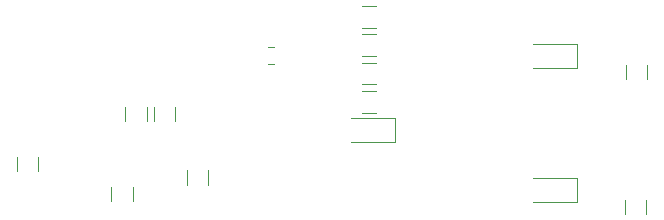
<source format=gbr>
G04 #@! TF.GenerationSoftware,KiCad,Pcbnew,5.1.5+dfsg1-2build2*
G04 #@! TF.CreationDate,2021-02-02T09:52:32+02:00*
G04 #@! TF.ProjectId,lm3488_dcdc,6c6d3334-3838-45f6-9463-64632e6b6963,rev?*
G04 #@! TF.SameCoordinates,Original*
G04 #@! TF.FileFunction,Legend,Bot*
G04 #@! TF.FilePolarity,Positive*
%FSLAX46Y46*%
G04 Gerber Fmt 4.6, Leading zero omitted, Abs format (unit mm)*
G04 Created by KiCad (PCBNEW 5.1.5+dfsg1-2build2) date 2021-02-02 09:52:32*
%MOMM*%
%LPD*%
G04 APERTURE LIST*
%ADD10C,0.120000*%
G04 APERTURE END LIST*
D10*
X53896078Y-20090000D02*
X53378922Y-20090000D01*
X53896078Y-21510000D02*
X53378922Y-21510000D01*
X33910000Y-30552064D02*
X33910000Y-29347936D01*
X32090000Y-30552064D02*
X32090000Y-29347936D01*
X43690000Y-26302064D02*
X43690000Y-25097936D01*
X45510000Y-26302064D02*
X45510000Y-25097936D01*
X61297936Y-21390000D02*
X62502064Y-21390000D01*
X61297936Y-23210000D02*
X62502064Y-23210000D01*
X83690000Y-21597936D02*
X83690000Y-22802064D01*
X85510000Y-21597936D02*
X85510000Y-22802064D01*
X83590000Y-32997936D02*
X83590000Y-34202064D01*
X85410000Y-32997936D02*
X85410000Y-34202064D01*
X40090000Y-33102064D02*
X40090000Y-31897936D01*
X41910000Y-33102064D02*
X41910000Y-31897936D01*
X43110000Y-26302064D02*
X43110000Y-25097936D01*
X41290000Y-26302064D02*
X41290000Y-25097936D01*
X62502064Y-23790000D02*
X61297936Y-23790000D01*
X62502064Y-25610000D02*
X61297936Y-25610000D01*
X48310000Y-30497936D02*
X48310000Y-31702064D01*
X46490000Y-30497936D02*
X46490000Y-31702064D01*
X64130000Y-26090000D02*
X60450000Y-26090000D01*
X64130000Y-28110000D02*
X60450000Y-28110000D01*
X64130000Y-26090000D02*
X64130000Y-28110000D01*
X79530000Y-19790000D02*
X79530000Y-21810000D01*
X79530000Y-21810000D02*
X75850000Y-21810000D01*
X79530000Y-19790000D02*
X75850000Y-19790000D01*
X79530000Y-31190000D02*
X79530000Y-33210000D01*
X79530000Y-33210000D02*
X75850000Y-33210000D01*
X79530000Y-31190000D02*
X75850000Y-31190000D01*
X61297936Y-20810000D02*
X62502064Y-20810000D01*
X61297936Y-18990000D02*
X62502064Y-18990000D01*
X62502064Y-16590000D02*
X61297936Y-16590000D01*
X62502064Y-18410000D02*
X61297936Y-18410000D01*
M02*

</source>
